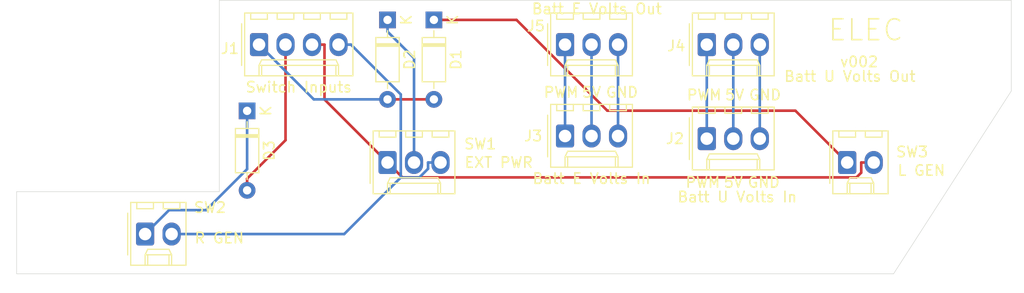
<source format=kicad_pcb>
(kicad_pcb (version 20171130) (host pcbnew "(5.1.5-0-10_14)")

  (general
    (thickness 1.6)
    (drawings 18)
    (tracks 40)
    (zones 0)
    (modules 15)
    (nets 14)
  )

  (page A4)
  (layers
    (0 F.Cu signal)
    (31 B.Cu signal)
    (32 B.Adhes user)
    (33 F.Adhes user)
    (34 B.Paste user)
    (35 F.Paste user)
    (36 B.SilkS user)
    (37 F.SilkS user)
    (38 B.Mask user)
    (39 F.Mask user)
    (40 Dwgs.User user)
    (41 Cmts.User user)
    (42 Eco1.User user)
    (43 Eco2.User user)
    (44 Edge.Cuts user)
    (45 Margin user)
    (46 B.CrtYd user)
    (47 F.CrtYd user)
    (48 B.Fab user)
    (49 F.Fab user)
  )

  (setup
    (last_trace_width 0.25)
    (trace_clearance 0.2)
    (zone_clearance 0.508)
    (zone_45_only no)
    (trace_min 0.2)
    (via_size 0.8)
    (via_drill 0.4)
    (via_min_size 0.4)
    (via_min_drill 0.3)
    (uvia_size 0.3)
    (uvia_drill 0.1)
    (uvias_allowed no)
    (uvia_min_size 0.2)
    (uvia_min_drill 0.1)
    (edge_width 0.05)
    (segment_width 0.2)
    (pcb_text_width 0.3)
    (pcb_text_size 1.5 1.5)
    (mod_edge_width 0.12)
    (mod_text_size 1 1)
    (mod_text_width 0.15)
    (pad_size 1.524 1.524)
    (pad_drill 0.762)
    (pad_to_mask_clearance 0.051)
    (solder_mask_min_width 0.25)
    (aux_axis_origin 0 0)
    (visible_elements FFFFFF7F)
    (pcbplotparams
      (layerselection 0x010fc_ffffffff)
      (usegerberextensions false)
      (usegerberattributes false)
      (usegerberadvancedattributes false)
      (creategerberjobfile false)
      (excludeedgelayer true)
      (linewidth 0.100000)
      (plotframeref false)
      (viasonmask false)
      (mode 1)
      (useauxorigin false)
      (hpglpennumber 1)
      (hpglpenspeed 20)
      (hpglpendiameter 15.000000)
      (psnegative false)
      (psa4output false)
      (plotreference true)
      (plotvalue true)
      (plotinvisibletext false)
      (padsonsilk false)
      (subtractmaskfromsilk false)
      (outputformat 1)
      (mirror false)
      (drillshape 0)
      (scaleselection 1)
      (outputdirectory "Manufacturing/"))
  )

  (net 0 "")
  (net 1 "Net-(D1-Pad2)")
  (net 2 "Net-(D1-Pad1)")
  (net 3 "Net-(D2-Pad1)")
  (net 4 "Net-(D3-Pad2)")
  (net 5 "Net-(D3-Pad1)")
  (net 6 /Row2)
  (net 7 /Row1)
  (net 8 /U_GND)
  (net 9 /U_5V)
  (net 10 /U_PWM)
  (net 11 /E_GND)
  (net 12 /E_5V)
  (net 13 /E_PWM)

  (net_class Default "This is the default net class."
    (clearance 0.2)
    (trace_width 0.25)
    (via_dia 0.8)
    (via_drill 0.4)
    (uvia_dia 0.3)
    (uvia_drill 0.1)
    (add_net /E_5V)
    (add_net /E_GND)
    (add_net /E_PWM)
    (add_net /Row1)
    (add_net /Row2)
    (add_net /U_5V)
    (add_net /U_GND)
    (add_net /U_PWM)
    (add_net "Net-(D1-Pad1)")
    (add_net "Net-(D1-Pad2)")
    (add_net "Net-(D2-Pad1)")
    (add_net "Net-(D3-Pad1)")
    (add_net "Net-(D3-Pad2)")
  )

  (module PT_Library_v001:Molex_1x03_P2.54mm_Vertical (layer F.Cu) (tedit 5B78013E) (tstamp 6070FFED)
    (at 133.223 82.042)
    (descr "Molex KK-254 Interconnect System, old/engineering part number: AE-6410-03A example for new part number: 22-27-2031, 3 Pins (http://www.molex.com/pdm_docs/sd/022272021_sd.pdf), generated with kicad-footprint-generator")
    (tags "connector Molex KK-254 side entry")
    (path /5FCD6F96)
    (fp_text reference J5 (at -2.794 -1.778) (layer F.SilkS)
      (effects (font (size 1 1) (thickness 0.15)))
    )
    (fp_text value "Batt E Volts Out" (at 3.048 -3.429) (layer F.SilkS)
      (effects (font (size 1 1) (thickness 0.15)))
    )
    (fp_text user %R (at 2.54 -2.22) (layer F.Fab)
      (effects (font (size 1 1) (thickness 0.15)))
    )
    (fp_line (start 6.85 -3.42) (end -1.77 -3.42) (layer F.CrtYd) (width 0.05))
    (fp_line (start 6.85 3.38) (end 6.85 -3.42) (layer F.CrtYd) (width 0.05))
    (fp_line (start -1.77 3.38) (end 6.85 3.38) (layer F.CrtYd) (width 0.05))
    (fp_line (start -1.77 -3.42) (end -1.77 3.38) (layer F.CrtYd) (width 0.05))
    (fp_line (start 5.88 -2.43) (end 5.88 -3.03) (layer F.SilkS) (width 0.12))
    (fp_line (start 4.28 -2.43) (end 5.88 -2.43) (layer F.SilkS) (width 0.12))
    (fp_line (start 4.28 -3.03) (end 4.28 -2.43) (layer F.SilkS) (width 0.12))
    (fp_line (start 3.34 -2.43) (end 3.34 -3.03) (layer F.SilkS) (width 0.12))
    (fp_line (start 1.74 -2.43) (end 3.34 -2.43) (layer F.SilkS) (width 0.12))
    (fp_line (start 1.74 -3.03) (end 1.74 -2.43) (layer F.SilkS) (width 0.12))
    (fp_line (start 0.8 -2.43) (end 0.8 -3.03) (layer F.SilkS) (width 0.12))
    (fp_line (start -0.8 -2.43) (end 0.8 -2.43) (layer F.SilkS) (width 0.12))
    (fp_line (start -0.8 -3.03) (end -0.8 -2.43) (layer F.SilkS) (width 0.12))
    (fp_line (start 4.83 2.99) (end 4.83 1.99) (layer F.SilkS) (width 0.12))
    (fp_line (start 0.25 2.99) (end 0.25 1.99) (layer F.SilkS) (width 0.12))
    (fp_line (start 4.83 1.46) (end 5.08 1.99) (layer F.SilkS) (width 0.12))
    (fp_line (start 0.25 1.46) (end 4.83 1.46) (layer F.SilkS) (width 0.12))
    (fp_line (start 0 1.99) (end 0.25 1.46) (layer F.SilkS) (width 0.12))
    (fp_line (start 5.08 1.99) (end 5.08 2.99) (layer F.SilkS) (width 0.12))
    (fp_line (start 0 1.99) (end 5.08 1.99) (layer F.SilkS) (width 0.12))
    (fp_line (start 0 2.99) (end 0 1.99) (layer F.SilkS) (width 0.12))
    (fp_line (start -0.562893 0) (end -1.27 0.5) (layer F.Fab) (width 0.1))
    (fp_line (start -1.27 -0.5) (end -0.562893 0) (layer F.Fab) (width 0.1))
    (fp_line (start -1.67 -2) (end -1.67 2) (layer F.SilkS) (width 0.12))
    (fp_line (start 6.46 -3.03) (end -1.38 -3.03) (layer F.SilkS) (width 0.12))
    (fp_line (start 6.46 2.99) (end 6.46 -3.03) (layer F.SilkS) (width 0.12))
    (fp_line (start -1.38 2.99) (end 6.46 2.99) (layer F.SilkS) (width 0.12))
    (fp_line (start -1.38 -3.03) (end -1.38 2.99) (layer F.SilkS) (width 0.12))
    (fp_line (start 6.35 -2.92) (end -1.27 -2.92) (layer F.Fab) (width 0.1))
    (fp_line (start 6.35 2.88) (end 6.35 -2.92) (layer F.Fab) (width 0.1))
    (fp_line (start -1.27 2.88) (end 6.35 2.88) (layer F.Fab) (width 0.1))
    (fp_line (start -1.27 -2.92) (end -1.27 2.88) (layer F.Fab) (width 0.1))
    (pad 3 thru_hole oval (at 5.08 0) (size 1.74 2.2) (drill 1.2) (layers *.Cu *.Mask)
      (net 11 /E_GND))
    (pad 2 thru_hole oval (at 2.54 0) (size 1.74 2.2) (drill 1.2) (layers *.Cu *.Mask)
      (net 12 /E_5V))
    (pad 1 thru_hole roundrect (at 0 0) (size 1.74 2.2) (drill 1.2) (layers *.Cu *.Mask) (roundrect_rratio 0.143678)
      (net 13 /E_PWM))
    (model ${KISYS3DMOD}/Connector_Molex.3dshapes/Molex_KK-254_AE-6410-03A_1x03_P2.54mm_Vertical.wrl
      (at (xyz 0 0 0))
      (scale (xyz 1 1 1))
      (rotate (xyz 0 0 0))
    )
  )

  (module PT_Library_v001:Molex_1x03_P2.54mm_Vertical (layer F.Cu) (tedit 5B78013E) (tstamp 6071006E)
    (at 146.812 82.042)
    (descr "Molex KK-254 Interconnect System, old/engineering part number: AE-6410-03A example for new part number: 22-27-2031, 3 Pins (http://www.molex.com/pdm_docs/sd/022272021_sd.pdf), generated with kicad-footprint-generator")
    (tags "connector Molex KK-254 side entry")
    (path /5FCD4553)
    (fp_text reference J4 (at -2.921 0.127) (layer F.SilkS)
      (effects (font (size 1 1) (thickness 0.15)))
    )
    (fp_text value "Batt U Volts Out" (at 13.716 3.048) (layer F.SilkS)
      (effects (font (size 1 1) (thickness 0.15)))
    )
    (fp_text user %R (at 2.54 -2.22) (layer F.Fab)
      (effects (font (size 1 1) (thickness 0.15)))
    )
    (fp_line (start 6.85 -3.42) (end -1.77 -3.42) (layer F.CrtYd) (width 0.05))
    (fp_line (start 6.85 3.38) (end 6.85 -3.42) (layer F.CrtYd) (width 0.05))
    (fp_line (start -1.77 3.38) (end 6.85 3.38) (layer F.CrtYd) (width 0.05))
    (fp_line (start -1.77 -3.42) (end -1.77 3.38) (layer F.CrtYd) (width 0.05))
    (fp_line (start 5.88 -2.43) (end 5.88 -3.03) (layer F.SilkS) (width 0.12))
    (fp_line (start 4.28 -2.43) (end 5.88 -2.43) (layer F.SilkS) (width 0.12))
    (fp_line (start 4.28 -3.03) (end 4.28 -2.43) (layer F.SilkS) (width 0.12))
    (fp_line (start 3.34 -2.43) (end 3.34 -3.03) (layer F.SilkS) (width 0.12))
    (fp_line (start 1.74 -2.43) (end 3.34 -2.43) (layer F.SilkS) (width 0.12))
    (fp_line (start 1.74 -3.03) (end 1.74 -2.43) (layer F.SilkS) (width 0.12))
    (fp_line (start 0.8 -2.43) (end 0.8 -3.03) (layer F.SilkS) (width 0.12))
    (fp_line (start -0.8 -2.43) (end 0.8 -2.43) (layer F.SilkS) (width 0.12))
    (fp_line (start -0.8 -3.03) (end -0.8 -2.43) (layer F.SilkS) (width 0.12))
    (fp_line (start 4.83 2.99) (end 4.83 1.99) (layer F.SilkS) (width 0.12))
    (fp_line (start 0.25 2.99) (end 0.25 1.99) (layer F.SilkS) (width 0.12))
    (fp_line (start 4.83 1.46) (end 5.08 1.99) (layer F.SilkS) (width 0.12))
    (fp_line (start 0.25 1.46) (end 4.83 1.46) (layer F.SilkS) (width 0.12))
    (fp_line (start 0 1.99) (end 0.25 1.46) (layer F.SilkS) (width 0.12))
    (fp_line (start 5.08 1.99) (end 5.08 2.99) (layer F.SilkS) (width 0.12))
    (fp_line (start 0 1.99) (end 5.08 1.99) (layer F.SilkS) (width 0.12))
    (fp_line (start 0 2.99) (end 0 1.99) (layer F.SilkS) (width 0.12))
    (fp_line (start -0.562893 0) (end -1.27 0.5) (layer F.Fab) (width 0.1))
    (fp_line (start -1.27 -0.5) (end -0.562893 0) (layer F.Fab) (width 0.1))
    (fp_line (start -1.67 -2) (end -1.67 2) (layer F.SilkS) (width 0.12))
    (fp_line (start 6.46 -3.03) (end -1.38 -3.03) (layer F.SilkS) (width 0.12))
    (fp_line (start 6.46 2.99) (end 6.46 -3.03) (layer F.SilkS) (width 0.12))
    (fp_line (start -1.38 2.99) (end 6.46 2.99) (layer F.SilkS) (width 0.12))
    (fp_line (start -1.38 -3.03) (end -1.38 2.99) (layer F.SilkS) (width 0.12))
    (fp_line (start 6.35 -2.92) (end -1.27 -2.92) (layer F.Fab) (width 0.1))
    (fp_line (start 6.35 2.88) (end 6.35 -2.92) (layer F.Fab) (width 0.1))
    (fp_line (start -1.27 2.88) (end 6.35 2.88) (layer F.Fab) (width 0.1))
    (fp_line (start -1.27 -2.92) (end -1.27 2.88) (layer F.Fab) (width 0.1))
    (pad 3 thru_hole oval (at 5.08 0) (size 1.74 2.2) (drill 1.2) (layers *.Cu *.Mask)
      (net 8 /U_GND))
    (pad 2 thru_hole oval (at 2.54 0) (size 1.74 2.2) (drill 1.2) (layers *.Cu *.Mask)
      (net 9 /U_5V))
    (pad 1 thru_hole roundrect (at 0 0) (size 1.74 2.2) (drill 1.2) (layers *.Cu *.Mask) (roundrect_rratio 0.143678)
      (net 10 /U_PWM))
    (model ${KISYS3DMOD}/Connector_Molex.3dshapes/Molex_KK-254_AE-6410-03A_1x03_P2.54mm_Vertical.wrl
      (at (xyz 0 0 0))
      (scale (xyz 1 1 1))
      (rotate (xyz 0 0 0))
    )
  )

  (module PT_Library_v001:Molex_1x03_P2.54mm_Vertical (layer F.Cu) (tedit 5B78013E) (tstamp 6070FE6A)
    (at 133.223 90.805)
    (descr "Molex KK-254 Interconnect System, old/engineering part number: AE-6410-03A example for new part number: 22-27-2031, 3 Pins (http://www.molex.com/pdm_docs/sd/022272021_sd.pdf), generated with kicad-footprint-generator")
    (tags "connector Molex KK-254 side entry")
    (path /5FCD6FA0)
    (fp_text reference J3 (at -3.048 0) (layer F.SilkS)
      (effects (font (size 1 1) (thickness 0.15)))
    )
    (fp_text value "Batt E Volts In" (at 2.54 4.08) (layer F.SilkS)
      (effects (font (size 1 1) (thickness 0.15)))
    )
    (fp_text user %R (at 2.54 -2.22) (layer F.Fab)
      (effects (font (size 1 1) (thickness 0.15)))
    )
    (fp_line (start 6.85 -3.42) (end -1.77 -3.42) (layer F.CrtYd) (width 0.05))
    (fp_line (start 6.85 3.38) (end 6.85 -3.42) (layer F.CrtYd) (width 0.05))
    (fp_line (start -1.77 3.38) (end 6.85 3.38) (layer F.CrtYd) (width 0.05))
    (fp_line (start -1.77 -3.42) (end -1.77 3.38) (layer F.CrtYd) (width 0.05))
    (fp_line (start 5.88 -2.43) (end 5.88 -3.03) (layer F.SilkS) (width 0.12))
    (fp_line (start 4.28 -2.43) (end 5.88 -2.43) (layer F.SilkS) (width 0.12))
    (fp_line (start 4.28 -3.03) (end 4.28 -2.43) (layer F.SilkS) (width 0.12))
    (fp_line (start 3.34 -2.43) (end 3.34 -3.03) (layer F.SilkS) (width 0.12))
    (fp_line (start 1.74 -2.43) (end 3.34 -2.43) (layer F.SilkS) (width 0.12))
    (fp_line (start 1.74 -3.03) (end 1.74 -2.43) (layer F.SilkS) (width 0.12))
    (fp_line (start 0.8 -2.43) (end 0.8 -3.03) (layer F.SilkS) (width 0.12))
    (fp_line (start -0.8 -2.43) (end 0.8 -2.43) (layer F.SilkS) (width 0.12))
    (fp_line (start -0.8 -3.03) (end -0.8 -2.43) (layer F.SilkS) (width 0.12))
    (fp_line (start 4.83 2.99) (end 4.83 1.99) (layer F.SilkS) (width 0.12))
    (fp_line (start 0.25 2.99) (end 0.25 1.99) (layer F.SilkS) (width 0.12))
    (fp_line (start 4.83 1.46) (end 5.08 1.99) (layer F.SilkS) (width 0.12))
    (fp_line (start 0.25 1.46) (end 4.83 1.46) (layer F.SilkS) (width 0.12))
    (fp_line (start 0 1.99) (end 0.25 1.46) (layer F.SilkS) (width 0.12))
    (fp_line (start 5.08 1.99) (end 5.08 2.99) (layer F.SilkS) (width 0.12))
    (fp_line (start 0 1.99) (end 5.08 1.99) (layer F.SilkS) (width 0.12))
    (fp_line (start 0 2.99) (end 0 1.99) (layer F.SilkS) (width 0.12))
    (fp_line (start -0.562893 0) (end -1.27 0.5) (layer F.Fab) (width 0.1))
    (fp_line (start -1.27 -0.5) (end -0.562893 0) (layer F.Fab) (width 0.1))
    (fp_line (start -1.67 -2) (end -1.67 2) (layer F.SilkS) (width 0.12))
    (fp_line (start 6.46 -3.03) (end -1.38 -3.03) (layer F.SilkS) (width 0.12))
    (fp_line (start 6.46 2.99) (end 6.46 -3.03) (layer F.SilkS) (width 0.12))
    (fp_line (start -1.38 2.99) (end 6.46 2.99) (layer F.SilkS) (width 0.12))
    (fp_line (start -1.38 -3.03) (end -1.38 2.99) (layer F.SilkS) (width 0.12))
    (fp_line (start 6.35 -2.92) (end -1.27 -2.92) (layer F.Fab) (width 0.1))
    (fp_line (start 6.35 2.88) (end 6.35 -2.92) (layer F.Fab) (width 0.1))
    (fp_line (start -1.27 2.88) (end 6.35 2.88) (layer F.Fab) (width 0.1))
    (fp_line (start -1.27 -2.92) (end -1.27 2.88) (layer F.Fab) (width 0.1))
    (pad 3 thru_hole oval (at 5.08 0) (size 1.74 2.2) (drill 1.2) (layers *.Cu *.Mask)
      (net 11 /E_GND))
    (pad 2 thru_hole oval (at 2.54 0) (size 1.74 2.2) (drill 1.2) (layers *.Cu *.Mask)
      (net 12 /E_5V))
    (pad 1 thru_hole roundrect (at 0 0) (size 1.74 2.2) (drill 1.2) (layers *.Cu *.Mask) (roundrect_rratio 0.143678)
      (net 13 /E_PWM))
    (model ${KISYS3DMOD}/Connector_Molex.3dshapes/Molex_KK-254_AE-6410-03A_1x03_P2.54mm_Vertical.wrl
      (at (xyz 0 0 0))
      (scale (xyz 1 1 1))
      (rotate (xyz 0 0 0))
    )
  )

  (module PT_Library_v001:Molex_1x03_P2.54mm_Vertical (layer F.Cu) (tedit 5B78013E) (tstamp 6070FF6C)
    (at 146.812 91.059)
    (descr "Molex KK-254 Interconnect System, old/engineering part number: AE-6410-03A example for new part number: 22-27-2031, 3 Pins (http://www.molex.com/pdm_docs/sd/022272021_sd.pdf), generated with kicad-footprint-generator")
    (tags "connector Molex KK-254 side entry")
    (path /5FCD49BD)
    (fp_text reference J2 (at -3.048 0) (layer F.SilkS)
      (effects (font (size 1 1) (thickness 0.15)))
    )
    (fp_text value "Batt U Volts In" (at 2.921 5.588) (layer F.SilkS)
      (effects (font (size 1 1) (thickness 0.15)))
    )
    (fp_text user %R (at 2.54 -2.22) (layer F.Fab)
      (effects (font (size 1 1) (thickness 0.15)))
    )
    (fp_line (start 6.85 -3.42) (end -1.77 -3.42) (layer F.CrtYd) (width 0.05))
    (fp_line (start 6.85 3.38) (end 6.85 -3.42) (layer F.CrtYd) (width 0.05))
    (fp_line (start -1.77 3.38) (end 6.85 3.38) (layer F.CrtYd) (width 0.05))
    (fp_line (start -1.77 -3.42) (end -1.77 3.38) (layer F.CrtYd) (width 0.05))
    (fp_line (start 5.88 -2.43) (end 5.88 -3.03) (layer F.SilkS) (width 0.12))
    (fp_line (start 4.28 -2.43) (end 5.88 -2.43) (layer F.SilkS) (width 0.12))
    (fp_line (start 4.28 -3.03) (end 4.28 -2.43) (layer F.SilkS) (width 0.12))
    (fp_line (start 3.34 -2.43) (end 3.34 -3.03) (layer F.SilkS) (width 0.12))
    (fp_line (start 1.74 -2.43) (end 3.34 -2.43) (layer F.SilkS) (width 0.12))
    (fp_line (start 1.74 -3.03) (end 1.74 -2.43) (layer F.SilkS) (width 0.12))
    (fp_line (start 0.8 -2.43) (end 0.8 -3.03) (layer F.SilkS) (width 0.12))
    (fp_line (start -0.8 -2.43) (end 0.8 -2.43) (layer F.SilkS) (width 0.12))
    (fp_line (start -0.8 -3.03) (end -0.8 -2.43) (layer F.SilkS) (width 0.12))
    (fp_line (start 4.83 2.99) (end 4.83 1.99) (layer F.SilkS) (width 0.12))
    (fp_line (start 0.25 2.99) (end 0.25 1.99) (layer F.SilkS) (width 0.12))
    (fp_line (start 4.83 1.46) (end 5.08 1.99) (layer F.SilkS) (width 0.12))
    (fp_line (start 0.25 1.46) (end 4.83 1.46) (layer F.SilkS) (width 0.12))
    (fp_line (start 0 1.99) (end 0.25 1.46) (layer F.SilkS) (width 0.12))
    (fp_line (start 5.08 1.99) (end 5.08 2.99) (layer F.SilkS) (width 0.12))
    (fp_line (start 0 1.99) (end 5.08 1.99) (layer F.SilkS) (width 0.12))
    (fp_line (start 0 2.99) (end 0 1.99) (layer F.SilkS) (width 0.12))
    (fp_line (start -0.562893 0) (end -1.27 0.5) (layer F.Fab) (width 0.1))
    (fp_line (start -1.27 -0.5) (end -0.562893 0) (layer F.Fab) (width 0.1))
    (fp_line (start -1.67 -2) (end -1.67 2) (layer F.SilkS) (width 0.12))
    (fp_line (start 6.46 -3.03) (end -1.38 -3.03) (layer F.SilkS) (width 0.12))
    (fp_line (start 6.46 2.99) (end 6.46 -3.03) (layer F.SilkS) (width 0.12))
    (fp_line (start -1.38 2.99) (end 6.46 2.99) (layer F.SilkS) (width 0.12))
    (fp_line (start -1.38 -3.03) (end -1.38 2.99) (layer F.SilkS) (width 0.12))
    (fp_line (start 6.35 -2.92) (end -1.27 -2.92) (layer F.Fab) (width 0.1))
    (fp_line (start 6.35 2.88) (end 6.35 -2.92) (layer F.Fab) (width 0.1))
    (fp_line (start -1.27 2.88) (end 6.35 2.88) (layer F.Fab) (width 0.1))
    (fp_line (start -1.27 -2.92) (end -1.27 2.88) (layer F.Fab) (width 0.1))
    (pad 3 thru_hole oval (at 5.08 0) (size 1.74 2.2) (drill 1.2) (layers *.Cu *.Mask)
      (net 8 /U_GND))
    (pad 2 thru_hole oval (at 2.54 0) (size 1.74 2.2) (drill 1.2) (layers *.Cu *.Mask)
      (net 9 /U_5V))
    (pad 1 thru_hole roundrect (at 0 0) (size 1.74 2.2) (drill 1.2) (layers *.Cu *.Mask) (roundrect_rratio 0.143678)
      (net 10 /U_PWM))
    (model ${KISYS3DMOD}/Connector_Molex.3dshapes/Molex_KK-254_AE-6410-03A_1x03_P2.54mm_Vertical.wrl
      (at (xyz 0 0 0))
      (scale (xyz 1 1 1))
      (rotate (xyz 0 0 0))
    )
  )

  (module PT_Library_v001:Molex_1x04_P2.54mm_Vertical (layer F.Cu) (tedit 5B78013E) (tstamp 60710E5E)
    (at 103.886 82.042)
    (descr "Molex KK-254 Interconnect System, old/engineering part number: AE-6410-04A example for new part number: 22-27-2041, 4 Pins (http://www.molex.com/pdm_docs/sd/022272021_sd.pdf), generated with kicad-footprint-generator")
    (tags "connector Molex KK-254 side entry")
    (path /5FCD1600)
    (fp_text reference J1 (at -2.794 0.381) (layer F.SilkS)
      (effects (font (size 1 1) (thickness 0.15)))
    )
    (fp_text value "Switch Inputs" (at 3.81 4.08) (layer F.SilkS)
      (effects (font (size 1 1) (thickness 0.15)))
    )
    (fp_text user %R (at 3.81 -2.22) (layer F.Fab)
      (effects (font (size 1 1) (thickness 0.15)))
    )
    (fp_line (start 9.39 -3.42) (end -1.77 -3.42) (layer F.CrtYd) (width 0.05))
    (fp_line (start 9.39 3.38) (end 9.39 -3.42) (layer F.CrtYd) (width 0.05))
    (fp_line (start -1.77 3.38) (end 9.39 3.38) (layer F.CrtYd) (width 0.05))
    (fp_line (start -1.77 -3.42) (end -1.77 3.38) (layer F.CrtYd) (width 0.05))
    (fp_line (start 8.42 -2.43) (end 8.42 -3.03) (layer F.SilkS) (width 0.12))
    (fp_line (start 6.82 -2.43) (end 8.42 -2.43) (layer F.SilkS) (width 0.12))
    (fp_line (start 6.82 -3.03) (end 6.82 -2.43) (layer F.SilkS) (width 0.12))
    (fp_line (start 5.88 -2.43) (end 5.88 -3.03) (layer F.SilkS) (width 0.12))
    (fp_line (start 4.28 -2.43) (end 5.88 -2.43) (layer F.SilkS) (width 0.12))
    (fp_line (start 4.28 -3.03) (end 4.28 -2.43) (layer F.SilkS) (width 0.12))
    (fp_line (start 3.34 -2.43) (end 3.34 -3.03) (layer F.SilkS) (width 0.12))
    (fp_line (start 1.74 -2.43) (end 3.34 -2.43) (layer F.SilkS) (width 0.12))
    (fp_line (start 1.74 -3.03) (end 1.74 -2.43) (layer F.SilkS) (width 0.12))
    (fp_line (start 0.8 -2.43) (end 0.8 -3.03) (layer F.SilkS) (width 0.12))
    (fp_line (start -0.8 -2.43) (end 0.8 -2.43) (layer F.SilkS) (width 0.12))
    (fp_line (start -0.8 -3.03) (end -0.8 -2.43) (layer F.SilkS) (width 0.12))
    (fp_line (start 7.37 2.99) (end 7.37 1.99) (layer F.SilkS) (width 0.12))
    (fp_line (start 0.25 2.99) (end 0.25 1.99) (layer F.SilkS) (width 0.12))
    (fp_line (start 7.37 1.46) (end 7.62 1.99) (layer F.SilkS) (width 0.12))
    (fp_line (start 0.25 1.46) (end 7.37 1.46) (layer F.SilkS) (width 0.12))
    (fp_line (start 0 1.99) (end 0.25 1.46) (layer F.SilkS) (width 0.12))
    (fp_line (start 7.62 1.99) (end 7.62 2.99) (layer F.SilkS) (width 0.12))
    (fp_line (start 0 1.99) (end 7.62 1.99) (layer F.SilkS) (width 0.12))
    (fp_line (start 0 2.99) (end 0 1.99) (layer F.SilkS) (width 0.12))
    (fp_line (start -0.562893 0) (end -1.27 0.5) (layer F.Fab) (width 0.1))
    (fp_line (start -1.27 -0.5) (end -0.562893 0) (layer F.Fab) (width 0.1))
    (fp_line (start -1.67 -2) (end -1.67 2) (layer F.SilkS) (width 0.12))
    (fp_line (start 9 -3.03) (end -1.38 -3.03) (layer F.SilkS) (width 0.12))
    (fp_line (start 9 2.99) (end 9 -3.03) (layer F.SilkS) (width 0.12))
    (fp_line (start -1.38 2.99) (end 9 2.99) (layer F.SilkS) (width 0.12))
    (fp_line (start -1.38 -3.03) (end -1.38 2.99) (layer F.SilkS) (width 0.12))
    (fp_line (start 8.89 -2.92) (end -1.27 -2.92) (layer F.Fab) (width 0.1))
    (fp_line (start 8.89 2.88) (end 8.89 -2.92) (layer F.Fab) (width 0.1))
    (fp_line (start -1.27 2.88) (end 8.89 2.88) (layer F.Fab) (width 0.1))
    (fp_line (start -1.27 -2.92) (end -1.27 2.88) (layer F.Fab) (width 0.1))
    (pad 4 thru_hole oval (at 7.62 0) (size 1.74 2.2) (drill 1.2) (layers *.Cu *.Mask)
      (net 6 /Row2))
    (pad 3 thru_hole oval (at 5.08 0) (size 1.74 2.2) (drill 1.2) (layers *.Cu *.Mask)
      (net 7 /Row1))
    (pad 2 thru_hole oval (at 2.54 0) (size 1.74 2.2) (drill 1.2) (layers *.Cu *.Mask)
      (net 4 "Net-(D3-Pad2)"))
    (pad 1 thru_hole roundrect (at 0 0) (size 1.74 2.2) (drill 1.2) (layers *.Cu *.Mask) (roundrect_rratio 0.143678)
      (net 1 "Net-(D1-Pad2)"))
    (model ${KISYS3DMOD}/Connector_Molex.3dshapes/Molex_KK-254_AE-6410-04A_1x04_P2.54mm_Vertical.wrl
      (at (xyz 0 0 0))
      (scale (xyz 1 1 1))
      (rotate (xyz 0 0 0))
    )
  )

  (module MountingHole:MountingHole_4.3mm_M4 (layer F.Cu) (tedit 56D1B4CB) (tstamp 60710371)
    (at 172.085 85.471)
    (descr "Mounting Hole 4.3mm, no annular, M4")
    (tags "mounting hole 4.3mm no annular m4")
    (path /6066C6C9)
    (attr virtual)
    (fp_text reference H4 (at 0 -5.3) (layer F.SilkS) hide
      (effects (font (size 1 1) (thickness 0.15)))
    )
    (fp_text value MountingHole (at 0 5.3) (layer F.Fab)
      (effects (font (size 1 1) (thickness 0.15)))
    )
    (fp_circle (center 0 0) (end 4.55 0) (layer F.CrtYd) (width 0.05))
    (fp_circle (center 0 0) (end 4.3 0) (layer Cmts.User) (width 0.15))
    (fp_text user %R (at 0.3 0) (layer F.Fab)
      (effects (font (size 1 1) (thickness 0.15)))
    )
    (pad 1 np_thru_hole circle (at 0 0) (size 4.3 4.3) (drill 4.3) (layers *.Cu *.Mask))
  )

  (module MountingHole:MountingHole_4.3mm_M4 (layer F.Cu) (tedit 56D1B4CB) (tstamp 60710287)
    (at 126.746 82.804)
    (descr "Mounting Hole 4.3mm, no annular, M4")
    (tags "mounting hole 4.3mm no annular m4")
    (path /6066C1B0)
    (attr virtual)
    (fp_text reference H3 (at 0 -5.3) (layer F.SilkS) hide
      (effects (font (size 1 1) (thickness 0.15)))
    )
    (fp_text value MountingHole (at 0 5.3) (layer F.Fab)
      (effects (font (size 1 1) (thickness 0.15)))
    )
    (fp_circle (center 0 0) (end 4.55 0) (layer F.CrtYd) (width 0.05))
    (fp_circle (center 0 0) (end 4.3 0) (layer Cmts.User) (width 0.15))
    (fp_text user %R (at 0.3 0) (layer F.Fab)
      (effects (font (size 1 1) (thickness 0.15)))
    )
    (pad 1 np_thru_hole circle (at 0 0) (size 4.3 4.3) (drill 4.3) (layers *.Cu *.Mask))
  )

  (module MountingHole:MountingHole_4.3mm_M4 (layer F.Cu) (tedit 56D1B4CB) (tstamp 6071026F)
    (at 84.201 99.695)
    (descr "Mounting Hole 4.3mm, no annular, M4")
    (tags "mounting hole 4.3mm no annular m4")
    (path /6066BE1C)
    (attr virtual)
    (fp_text reference H2 (at 0 -5.3) (layer F.SilkS) hide
      (effects (font (size 1 1) (thickness 0.15)))
    )
    (fp_text value MountingHole (at 0 5.3) (layer F.Fab)
      (effects (font (size 1 1) (thickness 0.15)))
    )
    (fp_circle (center 0 0) (end 4.55 0) (layer F.CrtYd) (width 0.05))
    (fp_circle (center 0 0) (end 4.3 0) (layer Cmts.User) (width 0.15))
    (fp_text user %R (at 0.3 0) (layer F.Fab)
      (effects (font (size 1 1) (thickness 0.15)))
    )
    (pad 1 np_thru_hole circle (at 0 0) (size 4.3 4.3) (drill 4.3) (layers *.Cu *.Mask))
  )

  (module MountingHole:MountingHole_4.3mm_M4 (layer F.Cu) (tedit 56D1B4CB) (tstamp 607100CB)
    (at 138.938 99.314)
    (descr "Mounting Hole 4.3mm, no annular, M4")
    (tags "mounting hole 4.3mm no annular m4")
    (path /6066B9D4)
    (attr virtual)
    (fp_text reference H1 (at 0 -5.3) (layer F.SilkS) hide
      (effects (font (size 1 1) (thickness 0.15)))
    )
    (fp_text value MountingHole (at 0 5.3) (layer F.Fab)
      (effects (font (size 1 1) (thickness 0.15)))
    )
    (fp_circle (center 0 0) (end 4.55 0) (layer F.CrtYd) (width 0.05))
    (fp_circle (center 0 0) (end 4.3 0) (layer Cmts.User) (width 0.15))
    (fp_text user %R (at 0.3 0) (layer F.Fab)
      (effects (font (size 1 1) (thickness 0.15)))
    )
    (pad 1 np_thru_hole circle (at 0 0) (size 4.3 4.3) (drill 4.3) (layers *.Cu *.Mask))
  )

  (module PT_Library_v001:Molex_1x02_P2.54mm_Vertical (layer F.Cu) (tedit 5B78013E) (tstamp 607102B8)
    (at 160.274 93.345)
    (descr "Molex KK-254 Interconnect System, old/engineering part number: AE-6410-02A example for new part number: 22-27-2021, 2 Pins (http://www.molex.com/pdm_docs/sd/022272021_sd.pdf), generated with kicad-footprint-generator")
    (tags "connector Molex KK-254 side entry")
    (path /5FC61E34)
    (fp_text reference SW3 (at 6.223 -1.016) (layer F.SilkS)
      (effects (font (size 1 1) (thickness 0.15)))
    )
    (fp_text value "L GEN" (at 7.112 0.762) (layer F.SilkS)
      (effects (font (size 1 1) (thickness 0.15)))
    )
    (fp_text user %R (at 1.27 -2.22) (layer F.Fab)
      (effects (font (size 1 1) (thickness 0.15)))
    )
    (fp_line (start 4.31 -3.42) (end -1.77 -3.42) (layer F.CrtYd) (width 0.05))
    (fp_line (start 4.31 3.38) (end 4.31 -3.42) (layer F.CrtYd) (width 0.05))
    (fp_line (start -1.77 3.38) (end 4.31 3.38) (layer F.CrtYd) (width 0.05))
    (fp_line (start -1.77 -3.42) (end -1.77 3.38) (layer F.CrtYd) (width 0.05))
    (fp_line (start 3.34 -2.43) (end 3.34 -3.03) (layer F.SilkS) (width 0.12))
    (fp_line (start 1.74 -2.43) (end 3.34 -2.43) (layer F.SilkS) (width 0.12))
    (fp_line (start 1.74 -3.03) (end 1.74 -2.43) (layer F.SilkS) (width 0.12))
    (fp_line (start 0.8 -2.43) (end 0.8 -3.03) (layer F.SilkS) (width 0.12))
    (fp_line (start -0.8 -2.43) (end 0.8 -2.43) (layer F.SilkS) (width 0.12))
    (fp_line (start -0.8 -3.03) (end -0.8 -2.43) (layer F.SilkS) (width 0.12))
    (fp_line (start 2.29 2.99) (end 2.29 1.99) (layer F.SilkS) (width 0.12))
    (fp_line (start 0.25 2.99) (end 0.25 1.99) (layer F.SilkS) (width 0.12))
    (fp_line (start 2.29 1.46) (end 2.54 1.99) (layer F.SilkS) (width 0.12))
    (fp_line (start 0.25 1.46) (end 2.29 1.46) (layer F.SilkS) (width 0.12))
    (fp_line (start 0 1.99) (end 0.25 1.46) (layer F.SilkS) (width 0.12))
    (fp_line (start 2.54 1.99) (end 2.54 2.99) (layer F.SilkS) (width 0.12))
    (fp_line (start 0 1.99) (end 2.54 1.99) (layer F.SilkS) (width 0.12))
    (fp_line (start 0 2.99) (end 0 1.99) (layer F.SilkS) (width 0.12))
    (fp_line (start -0.562893 0) (end -1.27 0.5) (layer F.Fab) (width 0.1))
    (fp_line (start -1.27 -0.5) (end -0.562893 0) (layer F.Fab) (width 0.1))
    (fp_line (start -1.67 -2) (end -1.67 2) (layer F.SilkS) (width 0.12))
    (fp_line (start 3.92 -3.03) (end -1.38 -3.03) (layer F.SilkS) (width 0.12))
    (fp_line (start 3.92 2.99) (end 3.92 -3.03) (layer F.SilkS) (width 0.12))
    (fp_line (start -1.38 2.99) (end 3.92 2.99) (layer F.SilkS) (width 0.12))
    (fp_line (start -1.38 -3.03) (end -1.38 2.99) (layer F.SilkS) (width 0.12))
    (fp_line (start 3.81 -2.92) (end -1.27 -2.92) (layer F.Fab) (width 0.1))
    (fp_line (start 3.81 2.88) (end 3.81 -2.92) (layer F.Fab) (width 0.1))
    (fp_line (start -1.27 2.88) (end 3.81 2.88) (layer F.Fab) (width 0.1))
    (fp_line (start -1.27 -2.92) (end -1.27 2.88) (layer F.Fab) (width 0.1))
    (pad 2 thru_hole oval (at 2.54 0) (size 1.74 2.2) (drill 1.2) (layers *.Cu *.Mask)
      (net 7 /Row1))
    (pad 1 thru_hole roundrect (at 0 0) (size 1.74 2.2) (drill 1.2) (layers *.Cu *.Mask) (roundrect_rratio 0.143678)
      (net 2 "Net-(D1-Pad1)"))
    (model ${KISYS3DMOD}/Connector_Molex.3dshapes/Molex_KK-254_AE-6410-02A_1x02_P2.54mm_Vertical.wrl
      (at (xyz 0 0 0))
      (scale (xyz 1 1 1))
      (rotate (xyz 0 0 0))
    )
  )

  (module PT_Library_v001:Molex_1x02_P2.54mm_Vertical (layer F.Cu) (tedit 5B78013E) (tstamp 60710321)
    (at 92.964 100.203)
    (descr "Molex KK-254 Interconnect System, old/engineering part number: AE-6410-02A example for new part number: 22-27-2021, 2 Pins (http://www.molex.com/pdm_docs/sd/022272021_sd.pdf), generated with kicad-footprint-generator")
    (tags "connector Molex KK-254 side entry")
    (path /5FCCF1B0)
    (fp_text reference SW2 (at 6.223 -2.54) (layer F.SilkS)
      (effects (font (size 1 1) (thickness 0.15)))
    )
    (fp_text value "R GEN" (at 7.112 0.381) (layer F.SilkS)
      (effects (font (size 1 1) (thickness 0.15)))
    )
    (fp_text user %R (at 1.27 -2.22) (layer F.Fab)
      (effects (font (size 1 1) (thickness 0.15)))
    )
    (fp_line (start 4.31 -3.42) (end -1.77 -3.42) (layer F.CrtYd) (width 0.05))
    (fp_line (start 4.31 3.38) (end 4.31 -3.42) (layer F.CrtYd) (width 0.05))
    (fp_line (start -1.77 3.38) (end 4.31 3.38) (layer F.CrtYd) (width 0.05))
    (fp_line (start -1.77 -3.42) (end -1.77 3.38) (layer F.CrtYd) (width 0.05))
    (fp_line (start 3.34 -2.43) (end 3.34 -3.03) (layer F.SilkS) (width 0.12))
    (fp_line (start 1.74 -2.43) (end 3.34 -2.43) (layer F.SilkS) (width 0.12))
    (fp_line (start 1.74 -3.03) (end 1.74 -2.43) (layer F.SilkS) (width 0.12))
    (fp_line (start 0.8 -2.43) (end 0.8 -3.03) (layer F.SilkS) (width 0.12))
    (fp_line (start -0.8 -2.43) (end 0.8 -2.43) (layer F.SilkS) (width 0.12))
    (fp_line (start -0.8 -3.03) (end -0.8 -2.43) (layer F.SilkS) (width 0.12))
    (fp_line (start 2.29 2.99) (end 2.29 1.99) (layer F.SilkS) (width 0.12))
    (fp_line (start 0.25 2.99) (end 0.25 1.99) (layer F.SilkS) (width 0.12))
    (fp_line (start 2.29 1.46) (end 2.54 1.99) (layer F.SilkS) (width 0.12))
    (fp_line (start 0.25 1.46) (end 2.29 1.46) (layer F.SilkS) (width 0.12))
    (fp_line (start 0 1.99) (end 0.25 1.46) (layer F.SilkS) (width 0.12))
    (fp_line (start 2.54 1.99) (end 2.54 2.99) (layer F.SilkS) (width 0.12))
    (fp_line (start 0 1.99) (end 2.54 1.99) (layer F.SilkS) (width 0.12))
    (fp_line (start 0 2.99) (end 0 1.99) (layer F.SilkS) (width 0.12))
    (fp_line (start -0.562893 0) (end -1.27 0.5) (layer F.Fab) (width 0.1))
    (fp_line (start -1.27 -0.5) (end -0.562893 0) (layer F.Fab) (width 0.1))
    (fp_line (start -1.67 -2) (end -1.67 2) (layer F.SilkS) (width 0.12))
    (fp_line (start 3.92 -3.03) (end -1.38 -3.03) (layer F.SilkS) (width 0.12))
    (fp_line (start 3.92 2.99) (end 3.92 -3.03) (layer F.SilkS) (width 0.12))
    (fp_line (start -1.38 2.99) (end 3.92 2.99) (layer F.SilkS) (width 0.12))
    (fp_line (start -1.38 -3.03) (end -1.38 2.99) (layer F.SilkS) (width 0.12))
    (fp_line (start 3.81 -2.92) (end -1.27 -2.92) (layer F.Fab) (width 0.1))
    (fp_line (start 3.81 2.88) (end 3.81 -2.92) (layer F.Fab) (width 0.1))
    (fp_line (start -1.27 2.88) (end 3.81 2.88) (layer F.Fab) (width 0.1))
    (fp_line (start -1.27 -2.92) (end -1.27 2.88) (layer F.Fab) (width 0.1))
    (pad 2 thru_hole oval (at 2.54 0) (size 1.74 2.2) (drill 1.2) (layers *.Cu *.Mask)
      (net 6 /Row2))
    (pad 1 thru_hole roundrect (at 0 0) (size 1.74 2.2) (drill 1.2) (layers *.Cu *.Mask) (roundrect_rratio 0.143678)
      (net 5 "Net-(D3-Pad1)"))
    (model ${KISYS3DMOD}/Connector_Molex.3dshapes/Molex_KK-254_AE-6410-02A_1x02_P2.54mm_Vertical.wrl
      (at (xyz 0 0 0))
      (scale (xyz 1 1 1))
      (rotate (xyz 0 0 0))
    )
  )

  (module PT_Library_v001:Molex_1x03_P2.54mm_Vertical (layer F.Cu) (tedit 5B78013E) (tstamp 6071021A)
    (at 116.205 93.345)
    (descr "Molex KK-254 Interconnect System, old/engineering part number: AE-6410-03A example for new part number: 22-27-2031, 3 Pins (http://www.molex.com/pdm_docs/sd/022272021_sd.pdf), generated with kicad-footprint-generator")
    (tags "connector Molex KK-254 side entry")
    (path /5FC1E955)
    (fp_text reference SW1 (at 8.89 -1.778) (layer F.SilkS)
      (effects (font (size 1 1) (thickness 0.15)))
    )
    (fp_text value "EXT PWR" (at 10.668 0) (layer F.SilkS)
      (effects (font (size 1 1) (thickness 0.15)))
    )
    (fp_text user %R (at 2.54 -2.22) (layer F.Fab)
      (effects (font (size 1 1) (thickness 0.15)))
    )
    (fp_line (start 6.85 -3.42) (end -1.77 -3.42) (layer F.CrtYd) (width 0.05))
    (fp_line (start 6.85 3.38) (end 6.85 -3.42) (layer F.CrtYd) (width 0.05))
    (fp_line (start -1.77 3.38) (end 6.85 3.38) (layer F.CrtYd) (width 0.05))
    (fp_line (start -1.77 -3.42) (end -1.77 3.38) (layer F.CrtYd) (width 0.05))
    (fp_line (start 5.88 -2.43) (end 5.88 -3.03) (layer F.SilkS) (width 0.12))
    (fp_line (start 4.28 -2.43) (end 5.88 -2.43) (layer F.SilkS) (width 0.12))
    (fp_line (start 4.28 -3.03) (end 4.28 -2.43) (layer F.SilkS) (width 0.12))
    (fp_line (start 3.34 -2.43) (end 3.34 -3.03) (layer F.SilkS) (width 0.12))
    (fp_line (start 1.74 -2.43) (end 3.34 -2.43) (layer F.SilkS) (width 0.12))
    (fp_line (start 1.74 -3.03) (end 1.74 -2.43) (layer F.SilkS) (width 0.12))
    (fp_line (start 0.8 -2.43) (end 0.8 -3.03) (layer F.SilkS) (width 0.12))
    (fp_line (start -0.8 -2.43) (end 0.8 -2.43) (layer F.SilkS) (width 0.12))
    (fp_line (start -0.8 -3.03) (end -0.8 -2.43) (layer F.SilkS) (width 0.12))
    (fp_line (start 4.83 2.99) (end 4.83 1.99) (layer F.SilkS) (width 0.12))
    (fp_line (start 0.25 2.99) (end 0.25 1.99) (layer F.SilkS) (width 0.12))
    (fp_line (start 4.83 1.46) (end 5.08 1.99) (layer F.SilkS) (width 0.12))
    (fp_line (start 0.25 1.46) (end 4.83 1.46) (layer F.SilkS) (width 0.12))
    (fp_line (start 0 1.99) (end 0.25 1.46) (layer F.SilkS) (width 0.12))
    (fp_line (start 5.08 1.99) (end 5.08 2.99) (layer F.SilkS) (width 0.12))
    (fp_line (start 0 1.99) (end 5.08 1.99) (layer F.SilkS) (width 0.12))
    (fp_line (start 0 2.99) (end 0 1.99) (layer F.SilkS) (width 0.12))
    (fp_line (start -0.562893 0) (end -1.27 0.5) (layer F.Fab) (width 0.1))
    (fp_line (start -1.27 -0.5) (end -0.562893 0) (layer F.Fab) (width 0.1))
    (fp_line (start -1.67 -2) (end -1.67 2) (layer F.SilkS) (width 0.12))
    (fp_line (start 6.46 -3.03) (end -1.38 -3.03) (layer F.SilkS) (width 0.12))
    (fp_line (start 6.46 2.99) (end 6.46 -3.03) (layer F.SilkS) (width 0.12))
    (fp_line (start -1.38 2.99) (end 6.46 2.99) (layer F.SilkS) (width 0.12))
    (fp_line (start -1.38 -3.03) (end -1.38 2.99) (layer F.SilkS) (width 0.12))
    (fp_line (start 6.35 -2.92) (end -1.27 -2.92) (layer F.Fab) (width 0.1))
    (fp_line (start 6.35 2.88) (end 6.35 -2.92) (layer F.Fab) (width 0.1))
    (fp_line (start -1.27 2.88) (end 6.35 2.88) (layer F.Fab) (width 0.1))
    (fp_line (start -1.27 -2.92) (end -1.27 2.88) (layer F.Fab) (width 0.1))
    (pad 3 thru_hole oval (at 5.08 0) (size 1.74 2.2) (drill 1.2) (layers *.Cu *.Mask)
      (net 6 /Row2))
    (pad 2 thru_hole oval (at 2.54 0) (size 1.74 2.2) (drill 1.2) (layers *.Cu *.Mask)
      (net 3 "Net-(D2-Pad1)"))
    (pad 1 thru_hole roundrect (at 0 0) (size 1.74 2.2) (drill 1.2) (layers *.Cu *.Mask) (roundrect_rratio 0.143678)
      (net 7 /Row1))
    (model ${KISYS3DMOD}/Connector_Molex.3dshapes/Molex_KK-254_AE-6410-03A_1x03_P2.54mm_Vertical.wrl
      (at (xyz 0 0 0))
      (scale (xyz 1 1 1))
      (rotate (xyz 0 0 0))
    )
  )

  (module PT_Library_v001:D_Signal_P7.62mm_Horizontal (layer F.Cu) (tedit 5AE50CD5) (tstamp 60710C4B)
    (at 102.743 88.392 270)
    (descr "Diode, DO-35_SOD27 series, Axial, Horizontal, pin pitch=7.62mm, , length*diameter=4*2mm^2, , http://www.diodes.com/_files/packages/DO-35.pdf")
    (tags "Diode DO-35_SOD27 series Axial Horizontal pin pitch 7.62mm  length 4mm diameter 2mm")
    (path /5FCD06D6)
    (fp_text reference D3 (at 3.81 -2.12 90) (layer F.SilkS)
      (effects (font (size 1 1) (thickness 0.15)))
    )
    (fp_text value D (at 3.81 2.12 90) (layer F.Fab)
      (effects (font (size 1 1) (thickness 0.15)))
    )
    (fp_text user K (at 0 -1.8 90) (layer F.SilkS)
      (effects (font (size 1 1) (thickness 0.15)))
    )
    (fp_text user K (at 0 -1.8 90) (layer F.Fab)
      (effects (font (size 1 1) (thickness 0.15)))
    )
    (fp_text user %R (at 4.11 0 90) (layer F.Fab)
      (effects (font (size 0.8 0.8) (thickness 0.12)))
    )
    (fp_line (start 8.67 -1.25) (end -1.05 -1.25) (layer F.CrtYd) (width 0.05))
    (fp_line (start 8.67 1.25) (end 8.67 -1.25) (layer F.CrtYd) (width 0.05))
    (fp_line (start -1.05 1.25) (end 8.67 1.25) (layer F.CrtYd) (width 0.05))
    (fp_line (start -1.05 -1.25) (end -1.05 1.25) (layer F.CrtYd) (width 0.05))
    (fp_line (start 2.29 -1.12) (end 2.29 1.12) (layer F.SilkS) (width 0.12))
    (fp_line (start 2.53 -1.12) (end 2.53 1.12) (layer F.SilkS) (width 0.12))
    (fp_line (start 2.41 -1.12) (end 2.41 1.12) (layer F.SilkS) (width 0.12))
    (fp_line (start 6.58 0) (end 5.93 0) (layer F.SilkS) (width 0.12))
    (fp_line (start 1.04 0) (end 1.69 0) (layer F.SilkS) (width 0.12))
    (fp_line (start 5.93 -1.12) (end 1.69 -1.12) (layer F.SilkS) (width 0.12))
    (fp_line (start 5.93 1.12) (end 5.93 -1.12) (layer F.SilkS) (width 0.12))
    (fp_line (start 1.69 1.12) (end 5.93 1.12) (layer F.SilkS) (width 0.12))
    (fp_line (start 1.69 -1.12) (end 1.69 1.12) (layer F.SilkS) (width 0.12))
    (fp_line (start 2.31 -1) (end 2.31 1) (layer F.Fab) (width 0.1))
    (fp_line (start 2.51 -1) (end 2.51 1) (layer F.Fab) (width 0.1))
    (fp_line (start 2.41 -1) (end 2.41 1) (layer F.Fab) (width 0.1))
    (fp_line (start 7.62 0) (end 5.81 0) (layer F.Fab) (width 0.1))
    (fp_line (start 0 0) (end 1.81 0) (layer F.Fab) (width 0.1))
    (fp_line (start 5.81 -1) (end 1.81 -1) (layer F.Fab) (width 0.1))
    (fp_line (start 5.81 1) (end 5.81 -1) (layer F.Fab) (width 0.1))
    (fp_line (start 1.81 1) (end 5.81 1) (layer F.Fab) (width 0.1))
    (fp_line (start 1.81 -1) (end 1.81 1) (layer F.Fab) (width 0.1))
    (pad 2 thru_hole oval (at 7.62 0 270) (size 1.6 1.6) (drill 0.8) (layers *.Cu *.Mask)
      (net 4 "Net-(D3-Pad2)"))
    (pad 1 thru_hole rect (at 0 0 270) (size 1.6 1.6) (drill 0.8) (layers *.Cu *.Mask)
      (net 5 "Net-(D3-Pad1)"))
    (model ${KISYS3DMOD}/Diode_THT.3dshapes/D_DO-35_SOD27_P7.62mm_Horizontal.wrl
      (at (xyz 0 0 0))
      (scale (xyz 1 1 1))
      (rotate (xyz 0 0 0))
    )
  )

  (module PT_Library_v001:D_Signal_P7.62mm_Horizontal (layer F.Cu) (tedit 5AE50CD5) (tstamp 6071015D)
    (at 116.205 79.672 270)
    (descr "Diode, DO-35_SOD27 series, Axial, Horizontal, pin pitch=7.62mm, , length*diameter=4*2mm^2, , http://www.diodes.com/_files/packages/DO-35.pdf")
    (tags "Diode DO-35_SOD27 series Axial Horizontal pin pitch 7.62mm  length 4mm diameter 2mm")
    (path /5FCD0047)
    (fp_text reference D2 (at 3.81 -2.12 90) (layer F.SilkS)
      (effects (font (size 1 1) (thickness 0.15)))
    )
    (fp_text value D (at 3.81 2.12 90) (layer F.Fab)
      (effects (font (size 1 1) (thickness 0.15)))
    )
    (fp_text user K (at 0 -1.8 90) (layer F.SilkS)
      (effects (font (size 1 1) (thickness 0.15)))
    )
    (fp_text user K (at 0 -1.8 90) (layer F.Fab)
      (effects (font (size 1 1) (thickness 0.15)))
    )
    (fp_text user %R (at 4.11 0 90) (layer F.Fab)
      (effects (font (size 0.8 0.8) (thickness 0.12)))
    )
    (fp_line (start 8.67 -1.25) (end -1.05 -1.25) (layer F.CrtYd) (width 0.05))
    (fp_line (start 8.67 1.25) (end 8.67 -1.25) (layer F.CrtYd) (width 0.05))
    (fp_line (start -1.05 1.25) (end 8.67 1.25) (layer F.CrtYd) (width 0.05))
    (fp_line (start -1.05 -1.25) (end -1.05 1.25) (layer F.CrtYd) (width 0.05))
    (fp_line (start 2.29 -1.12) (end 2.29 1.12) (layer F.SilkS) (width 0.12))
    (fp_line (start 2.53 -1.12) (end 2.53 1.12) (layer F.SilkS) (width 0.12))
    (fp_line (start 2.41 -1.12) (end 2.41 1.12) (layer F.SilkS) (width 0.12))
    (fp_line (start 6.58 0) (end 5.93 0) (layer F.SilkS) (width 0.12))
    (fp_line (start 1.04 0) (end 1.69 0) (layer F.SilkS) (width 0.12))
    (fp_line (start 5.93 -1.12) (end 1.69 -1.12) (layer F.SilkS) (width 0.12))
    (fp_line (start 5.93 1.12) (end 5.93 -1.12) (layer F.SilkS) (width 0.12))
    (fp_line (start 1.69 1.12) (end 5.93 1.12) (layer F.SilkS) (width 0.12))
    (fp_line (start 1.69 -1.12) (end 1.69 1.12) (layer F.SilkS) (width 0.12))
    (fp_line (start 2.31 -1) (end 2.31 1) (layer F.Fab) (width 0.1))
    (fp_line (start 2.51 -1) (end 2.51 1) (layer F.Fab) (width 0.1))
    (fp_line (start 2.41 -1) (end 2.41 1) (layer F.Fab) (width 0.1))
    (fp_line (start 7.62 0) (end 5.81 0) (layer F.Fab) (width 0.1))
    (fp_line (start 0 0) (end 1.81 0) (layer F.Fab) (width 0.1))
    (fp_line (start 5.81 -1) (end 1.81 -1) (layer F.Fab) (width 0.1))
    (fp_line (start 5.81 1) (end 5.81 -1) (layer F.Fab) (width 0.1))
    (fp_line (start 1.81 1) (end 5.81 1) (layer F.Fab) (width 0.1))
    (fp_line (start 1.81 -1) (end 1.81 1) (layer F.Fab) (width 0.1))
    (pad 2 thru_hole oval (at 7.62 0 270) (size 1.6 1.6) (drill 0.8) (layers *.Cu *.Mask)
      (net 1 "Net-(D1-Pad2)"))
    (pad 1 thru_hole rect (at 0 0 270) (size 1.6 1.6) (drill 0.8) (layers *.Cu *.Mask)
      (net 3 "Net-(D2-Pad1)"))
    (model ${KISYS3DMOD}/Diode_THT.3dshapes/D_DO-35_SOD27_P7.62mm_Horizontal.wrl
      (at (xyz 0 0 0))
      (scale (xyz 1 1 1))
      (rotate (xyz 0 0 0))
    )
  )

  (module PT_Library_v001:D_Signal_P7.62mm_Horizontal (layer F.Cu) (tedit 5AE50CD5) (tstamp 60710103)
    (at 120.65 79.672 270)
    (descr "Diode, DO-35_SOD27 series, Axial, Horizontal, pin pitch=7.62mm, , length*diameter=4*2mm^2, , http://www.diodes.com/_files/packages/DO-35.pdf")
    (tags "Diode DO-35_SOD27 series Axial Horizontal pin pitch 7.62mm  length 4mm diameter 2mm")
    (path /5FC2589C)
    (fp_text reference D1 (at 3.81 -2.12 90) (layer F.SilkS)
      (effects (font (size 1 1) (thickness 0.15)))
    )
    (fp_text value D (at 3.81 2.12 90) (layer F.Fab)
      (effects (font (size 1 1) (thickness 0.15)))
    )
    (fp_text user K (at 0 -1.8 90) (layer F.SilkS)
      (effects (font (size 1 1) (thickness 0.15)))
    )
    (fp_text user K (at 0 -1.8 90) (layer F.Fab)
      (effects (font (size 1 1) (thickness 0.15)))
    )
    (fp_text user %R (at 4.11 0 90) (layer F.Fab)
      (effects (font (size 0.8 0.8) (thickness 0.12)))
    )
    (fp_line (start 8.67 -1.25) (end -1.05 -1.25) (layer F.CrtYd) (width 0.05))
    (fp_line (start 8.67 1.25) (end 8.67 -1.25) (layer F.CrtYd) (width 0.05))
    (fp_line (start -1.05 1.25) (end 8.67 1.25) (layer F.CrtYd) (width 0.05))
    (fp_line (start -1.05 -1.25) (end -1.05 1.25) (layer F.CrtYd) (width 0.05))
    (fp_line (start 2.29 -1.12) (end 2.29 1.12) (layer F.SilkS) (width 0.12))
    (fp_line (start 2.53 -1.12) (end 2.53 1.12) (layer F.SilkS) (width 0.12))
    (fp_line (start 2.41 -1.12) (end 2.41 1.12) (layer F.SilkS) (width 0.12))
    (fp_line (start 6.58 0) (end 5.93 0) (layer F.SilkS) (width 0.12))
    (fp_line (start 1.04 0) (end 1.69 0) (layer F.SilkS) (width 0.12))
    (fp_line (start 5.93 -1.12) (end 1.69 -1.12) (layer F.SilkS) (width 0.12))
    (fp_line (start 5.93 1.12) (end 5.93 -1.12) (layer F.SilkS) (width 0.12))
    (fp_line (start 1.69 1.12) (end 5.93 1.12) (layer F.SilkS) (width 0.12))
    (fp_line (start 1.69 -1.12) (end 1.69 1.12) (layer F.SilkS) (width 0.12))
    (fp_line (start 2.31 -1) (end 2.31 1) (layer F.Fab) (width 0.1))
    (fp_line (start 2.51 -1) (end 2.51 1) (layer F.Fab) (width 0.1))
    (fp_line (start 2.41 -1) (end 2.41 1) (layer F.Fab) (width 0.1))
    (fp_line (start 7.62 0) (end 5.81 0) (layer F.Fab) (width 0.1))
    (fp_line (start 0 0) (end 1.81 0) (layer F.Fab) (width 0.1))
    (fp_line (start 5.81 -1) (end 1.81 -1) (layer F.Fab) (width 0.1))
    (fp_line (start 5.81 1) (end 5.81 -1) (layer F.Fab) (width 0.1))
    (fp_line (start 1.81 1) (end 5.81 1) (layer F.Fab) (width 0.1))
    (fp_line (start 1.81 -1) (end 1.81 1) (layer F.Fab) (width 0.1))
    (pad 2 thru_hole oval (at 7.62 0 270) (size 1.6 1.6) (drill 0.8) (layers *.Cu *.Mask)
      (net 1 "Net-(D1-Pad2)"))
    (pad 1 thru_hole rect (at 0 0 270) (size 1.6 1.6) (drill 0.8) (layers *.Cu *.Mask)
      (net 2 "Net-(D1-Pad1)"))
    (model ${KISYS3DMOD}/Diode_THT.3dshapes/D_DO-35_SOD27_P7.62mm_Horizontal.wrl
      (at (xyz 0 0 0))
      (scale (xyz 1 1 1))
      (rotate (xyz 0 0 0))
    )
  )

  (gr_text GND (at 152.273 95.25) (layer F.SilkS) (tstamp 607C4DEE)
    (effects (font (size 1 1) (thickness 0.15)))
  )
  (gr_text PWM (at 146.431 95.25) (layer F.SilkS) (tstamp 607C4DED)
    (effects (font (size 1 1) (thickness 0.15)))
  )
  (gr_text 5V (at 149.352 95.25) (layer F.SilkS) (tstamp 607C4DEC)
    (effects (font (size 1 1) (thickness 0.15)))
  )
  (gr_text 5V (at 149.479 86.868) (layer F.SilkS) (tstamp 607C4DE8)
    (effects (font (size 1 1) (thickness 0.15)))
  )
  (gr_text PWM (at 146.558 86.868) (layer F.SilkS) (tstamp 607C4DE7)
    (effects (font (size 1 1) (thickness 0.15)))
  )
  (gr_text GND (at 152.4 86.868) (layer F.SilkS) (tstamp 607C4DE6)
    (effects (font (size 1 1) (thickness 0.15)))
  )
  (gr_text GND (at 138.684 86.614) (layer F.SilkS)
    (effects (font (size 1 1) (thickness 0.15)))
  )
  (gr_text 5V (at 135.763 86.614) (layer F.SilkS)
    (effects (font (size 1 1) (thickness 0.15)))
  )
  (gr_text PWM (at 132.842 86.614) (layer F.SilkS)
    (effects (font (size 1 1) (thickness 0.15)))
  )
  (gr_line (start 176.006 77.804) (end 176.006 86.487) (layer Edge.Cuts) (width 0.05))
  (gr_line (start 164.719 104.013) (end 176.006 86.487) (layer Edge.Cuts) (width 0.05))
  (gr_line (start 80.645 104.013) (end 164.719 104.013) (layer Edge.Cuts) (width 0.05))
  (gr_line (start 80.645 96.139) (end 80.645 104.013) (layer Edge.Cuts) (width 0.05))
  (gr_line (start 100.076 96.139) (end 80.645 96.139) (layer Edge.Cuts) (width 0.05))
  (gr_line (start 100.076 77.804) (end 100.076 96.139) (layer Edge.Cuts) (width 0.05))
  (gr_line (start 176.006 77.804) (end 100.076 77.804) (layer Edge.Cuts) (width 0.05))
  (gr_text v002 (at 161.417 83.693) (layer F.SilkS) (tstamp 60710410)
    (effects (font (size 1 1) (thickness 0.15)))
  )
  (gr_text ELEC (at 162.052 80.645) (layer F.SilkS) (tstamp 60710413)
    (effects (font (size 2 2) (thickness 0.15)))
  )

  (segment (start 116.205 87.292) (end 109.136 87.292) (width 0.25) (layer B.Cu) (net 1))
  (segment (start 109.136 87.292) (end 103.886 82.042) (width 0.25) (layer B.Cu) (net 1))
  (segment (start 120.65 87.292) (end 116.205 87.292) (width 0.25) (layer F.Cu) (net 1))
  (segment (start 120.65 79.672) (end 128.5694 79.672) (width 0.25) (layer F.Cu) (net 2))
  (segment (start 128.5694 79.672) (end 137.2735 88.3761) (width 0.25) (layer F.Cu) (net 2))
  (segment (start 137.2735 88.3761) (end 155.3051 88.3761) (width 0.25) (layer F.Cu) (net 2))
  (segment (start 155.3051 88.3761) (end 160.274 93.345) (width 0.25) (layer F.Cu) (net 2))
  (segment (start 116.205 80.7973) (end 118.745 83.3373) (width 0.25) (layer B.Cu) (net 3))
  (segment (start 118.745 83.3373) (end 118.745 93.345) (width 0.25) (layer B.Cu) (net 3))
  (segment (start 116.205 79.672) (end 116.205 80.7973) (width 0.25) (layer B.Cu) (net 3))
  (segment (start 102.743 96.012) (end 102.743 94.8867) (width 0.25) (layer F.Cu) (net 4))
  (segment (start 102.743 94.8867) (end 106.426 91.2037) (width 0.25) (layer F.Cu) (net 4))
  (segment (start 106.426 91.2037) (end 106.426 82.042) (width 0.25) (layer F.Cu) (net 4))
  (segment (start 102.743 88.392) (end 102.743 93.9785) (width 0.25) (layer B.Cu) (net 5))
  (segment (start 102.743 93.9785) (end 98.8114 97.9101) (width 0.25) (layer B.Cu) (net 5))
  (segment (start 98.8114 97.9101) (end 95.2569 97.9101) (width 0.25) (layer B.Cu) (net 5))
  (segment (start 95.2569 97.9101) (end 92.964 100.203) (width 0.25) (layer B.Cu) (net 5))
  (segment (start 117.4755 94.7808) (end 112.0533 100.203) (width 0.25) (layer B.Cu) (net 6))
  (segment (start 112.0533 100.203) (end 95.504 100.203) (width 0.25) (layer B.Cu) (net 6))
  (segment (start 112.7013 82.042) (end 117.4755 86.8162) (width 0.25) (layer B.Cu) (net 6))
  (segment (start 117.4755 86.8162) (end 117.4755 94.7808) (width 0.25) (layer B.Cu) (net 6))
  (segment (start 117.4755 94.7808) (end 119.2515 94.7808) (width 0.25) (layer B.Cu) (net 6))
  (segment (start 119.2515 94.7808) (end 120.0897 93.9426) (width 0.25) (layer B.Cu) (net 6))
  (segment (start 120.0897 93.9426) (end 120.0897 93.345) (width 0.25) (layer B.Cu) (net 6))
  (segment (start 111.506 82.042) (end 112.7013 82.042) (width 0.25) (layer B.Cu) (net 6))
  (segment (start 121.285 93.345) (end 120.0897 93.345) (width 0.25) (layer B.Cu) (net 6))
  (segment (start 116.205 93.345) (end 110.1613 87.3013) (width 0.25) (layer F.Cu) (net 7))
  (segment (start 110.1613 87.3013) (end 110.1613 82.042) (width 0.25) (layer F.Cu) (net 7))
  (segment (start 161.6187 93.345) (end 161.6187 94.3162) (width 0.25) (layer F.Cu) (net 7))
  (segment (start 161.6187 94.3162) (end 161.1633 94.7716) (width 0.25) (layer F.Cu) (net 7))
  (segment (start 161.1633 94.7716) (end 117.6316 94.7716) (width 0.25) (layer F.Cu) (net 7))
  (segment (start 117.6316 94.7716) (end 116.205 93.345) (width 0.25) (layer F.Cu) (net 7))
  (segment (start 108.966 82.042) (end 110.1613 82.042) (width 0.25) (layer F.Cu) (net 7))
  (segment (start 162.814 93.345) (end 161.6187 93.345) (width 0.25) (layer F.Cu) (net 7))
  (segment (start 151.892 91.059) (end 151.892 82.042) (width 0.25) (layer B.Cu) (net 8))
  (segment (start 149.352 91.059) (end 149.352 82.042) (width 0.25) (layer B.Cu) (net 9))
  (segment (start 146.812 91.059) (end 146.812 82.042) (width 0.25) (layer B.Cu) (net 10))
  (segment (start 138.303 90.805) (end 138.303 82.042) (width 0.25) (layer B.Cu) (net 11))
  (segment (start 135.763 90.805) (end 135.763 82.042) (width 0.25) (layer B.Cu) (net 12))
  (segment (start 133.223 90.805) (end 133.223 82.042) (width 0.25) (layer B.Cu) (net 13))

)

</source>
